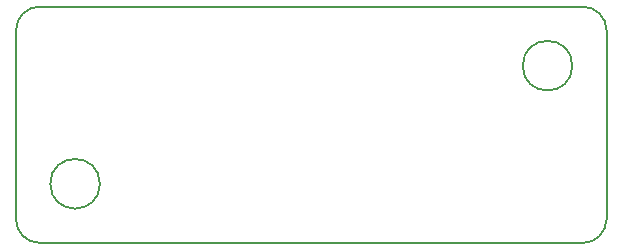
<source format=gbr>
%TF.GenerationSoftware,KiCad,Pcbnew,6.0.4-6f826c9f35~116~ubuntu20.04.1*%
%TF.CreationDate,2022-04-27T15:38:58-05:00*%
%TF.ProjectId,lc-led-flipped,6c632d6c-6564-42d6-966c-69707065642e,rev?*%
%TF.SameCoordinates,Original*%
%TF.FileFunction,Profile,NP*%
%FSLAX46Y46*%
G04 Gerber Fmt 4.6, Leading zero omitted, Abs format (unit mm)*
G04 Created by KiCad (PCBNEW 6.0.4-6f826c9f35~116~ubuntu20.04.1) date 2022-04-27 15:38:58*
%MOMM*%
%LPD*%
G01*
G04 APERTURE LIST*
%TA.AperFunction,Profile*%
%ADD10C,0.200000*%
%TD*%
G04 APERTURE END LIST*
D10*
X120500000Y-106600000D02*
G75*
G03*
X120500000Y-106600000I-2100000J0D01*
G01*
X163400000Y-93600000D02*
G75*
G03*
X161400000Y-91600000I-2000000J0D01*
G01*
X163400000Y-109600000D02*
X163400000Y-93600000D01*
X115400000Y-91600000D02*
G75*
G03*
X113400000Y-93600000I0J-2000000D01*
G01*
X113400000Y-93600000D02*
X113400000Y-109600000D01*
X161400000Y-111600000D02*
G75*
G03*
X163400000Y-109600000I0J2000000D01*
G01*
X113400000Y-109600000D02*
G75*
G03*
X115400000Y-111600000I2000000J0D01*
G01*
X160500000Y-96600000D02*
G75*
G03*
X160500000Y-96600000I-2100000J0D01*
G01*
X115400000Y-111600000D02*
X161400000Y-111600000D01*
X161400000Y-91600000D02*
X115400000Y-91600000D01*
M02*

</source>
